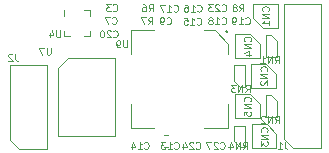
<source format=gbr>
G04 #@! TF.GenerationSoftware,KiCad,Pcbnew,(5.1.5-0-10_14)*
G04 #@! TF.CreationDate,2020-09-25T15:53:29-04:00*
G04 #@! TF.ProjectId,ESLO_RB,45534c4f-5f52-4422-9e6b-696361645f70,rev?*
G04 #@! TF.SameCoordinates,Original*
G04 #@! TF.FileFunction,Legend,Bot*
G04 #@! TF.FilePolarity,Positive*
%FSLAX46Y46*%
G04 Gerber Fmt 4.6, Leading zero omitted, Abs format (unit mm)*
G04 Created by KiCad (PCBNEW (5.1.5-0-10_14)) date 2020-09-25 15:53:29*
%MOMM*%
%LPD*%
G04 APERTURE LIST*
%ADD10C,0.120000*%
%ADD11C,0.050000*%
%ADD12C,0.070000*%
G04 APERTURE END LIST*
D10*
X133725000Y-94680000D02*
X129715000Y-94680000D01*
X133725000Y-101280000D02*
X133725000Y-94680000D01*
X128915000Y-101280000D02*
X133725000Y-101280000D01*
X128915000Y-95480000D02*
X128915000Y-101280000D01*
X129715000Y-94680000D02*
X128915000Y-95480000D01*
D11*
X145420000Y-90100000D02*
X145420000Y-91300000D01*
X147500000Y-90100000D02*
X145420000Y-90100000D01*
X147500000Y-92100000D02*
X147500000Y-90100000D01*
X146220000Y-92100000D02*
X147500000Y-92100000D01*
X145420000Y-91300000D02*
X146220000Y-92100000D01*
X143800000Y-100390000D02*
X143800000Y-101735000D01*
X144750000Y-100390000D02*
X143800000Y-100390000D01*
X144750000Y-102210000D02*
X144750000Y-100390000D01*
X144275000Y-102210000D02*
X144750000Y-102210000D01*
X143800000Y-101735000D02*
X144275000Y-102210000D01*
X147425000Y-99660000D02*
X147425000Y-98315000D01*
X146475000Y-99660000D02*
X147425000Y-99660000D01*
X146475000Y-97840000D02*
X146475000Y-99660000D01*
X146950000Y-97840000D02*
X146475000Y-97840000D01*
X147425000Y-98315000D02*
X146950000Y-97840000D01*
X143825000Y-95290000D02*
X143825000Y-96635000D01*
X144775000Y-95290000D02*
X143825000Y-95290000D01*
X144775000Y-97110000D02*
X144775000Y-95290000D01*
X144300000Y-97110000D02*
X144775000Y-97110000D01*
X143825000Y-96635000D02*
X144300000Y-97110000D01*
X147425000Y-94560000D02*
X147425000Y-93215000D01*
X146475000Y-94560000D02*
X147425000Y-94560000D01*
X146475000Y-92740000D02*
X146475000Y-94560000D01*
X146950000Y-92740000D02*
X146475000Y-92740000D01*
X147425000Y-93215000D02*
X146950000Y-92740000D01*
X145975000Y-99750000D02*
X145975000Y-98550000D01*
X143895000Y-99750000D02*
X145975000Y-99750000D01*
X143895000Y-97750000D02*
X143895000Y-99750000D01*
X145175000Y-97750000D02*
X143895000Y-97750000D01*
X145975000Y-98550000D02*
X145175000Y-97750000D01*
X147365000Y-102300000D02*
X147365000Y-101100000D01*
X145285000Y-102300000D02*
X147365000Y-102300000D01*
X145285000Y-100300000D02*
X145285000Y-102300000D01*
X146565000Y-100300000D02*
X145285000Y-100300000D01*
X147365000Y-101100000D02*
X146565000Y-100300000D01*
X145980000Y-94650000D02*
X145980000Y-93450000D01*
X143900000Y-94650000D02*
X145980000Y-94650000D01*
X143900000Y-92650000D02*
X143900000Y-94650000D01*
X145180000Y-92650000D02*
X143900000Y-92650000D01*
X145980000Y-93450000D02*
X145180000Y-92650000D01*
X147340000Y-97200000D02*
X147340000Y-96000000D01*
X145260000Y-97200000D02*
X147340000Y-97200000D01*
X145260000Y-95200000D02*
X145260000Y-97200000D01*
X146540000Y-95200000D02*
X145260000Y-95200000D01*
X147340000Y-96000000D02*
X146540000Y-95200000D01*
X148000000Y-90085000D02*
X148000000Y-101515000D01*
X151200000Y-90085000D02*
X148000000Y-90085000D01*
X151200000Y-102315000D02*
X151200000Y-90085000D01*
X148800000Y-102315000D02*
X151200000Y-102315000D01*
X148000000Y-101515000D02*
X148800000Y-102315000D01*
X124800000Y-95225000D02*
X124800000Y-101575000D01*
X128000000Y-95225000D02*
X124800000Y-95225000D01*
X128000000Y-102375000D02*
X128000000Y-95225000D01*
X125600000Y-102375000D02*
X128000000Y-102375000D01*
X124800000Y-101575000D02*
X125600000Y-102375000D01*
X129437500Y-90650000D02*
X129437500Y-90650000D01*
X129437500Y-91150000D02*
X129437500Y-90650000D01*
X131137500Y-90650000D02*
X131137500Y-90650000D01*
X131637500Y-90650000D02*
X131137500Y-90650000D01*
X131637500Y-91150000D02*
X131637500Y-90650000D01*
X131637500Y-92350000D02*
X131637500Y-92350000D01*
X131637500Y-92850000D02*
X131637500Y-92350000D01*
X131137500Y-92850000D02*
X131637500Y-92850000D01*
X129937500Y-92850000D02*
X129937500Y-92850000D01*
X129437500Y-92850000D02*
X129937500Y-92850000D01*
X129437500Y-92350000D02*
X129437500Y-92850000D01*
X143275000Y-92450000D02*
G75*
G03X143275000Y-92450000I-100000J0D01*
G01*
X143295000Y-93450000D02*
X143295000Y-94330000D01*
X142175000Y-92330000D02*
X143295000Y-93450000D01*
X141295000Y-92330000D02*
X142175000Y-92330000D01*
X143295000Y-100570000D02*
X143295000Y-98570000D01*
X141295000Y-100570000D02*
X143295000Y-100570000D01*
X135055000Y-92330000D02*
X135055000Y-94330000D01*
X137055000Y-92330000D02*
X135055000Y-92330000D01*
X135055000Y-100570000D02*
X135055000Y-98570000D01*
X137055000Y-100570000D02*
X135055000Y-100570000D01*
X135055000Y-92330000D02*
X135055000Y-94330000D01*
X137055000Y-92330000D02*
X135055000Y-92330000D01*
X135055000Y-92330000D02*
X135055000Y-94330000D01*
X137055000Y-92330000D02*
X135055000Y-92330000D01*
X142810000Y-90425000D02*
G75*
G03X142810000Y-90425000I-50000J0D01*
G01*
X137849721Y-101190000D02*
X138175279Y-101190000D01*
X137849721Y-102210000D02*
X138175279Y-102210000D01*
D12*
X128277142Y-93801428D02*
X128277142Y-94287142D01*
X128248571Y-94344285D01*
X128220000Y-94372857D01*
X128162857Y-94401428D01*
X128048571Y-94401428D01*
X127991428Y-94372857D01*
X127962857Y-94344285D01*
X127934285Y-94287142D01*
X127934285Y-93801428D01*
X127705714Y-93801428D02*
X127305714Y-93801428D01*
X127562857Y-94401428D01*
X138695714Y-90704285D02*
X138724285Y-90732857D01*
X138810000Y-90761428D01*
X138867142Y-90761428D01*
X138952857Y-90732857D01*
X139010000Y-90675714D01*
X139038571Y-90618571D01*
X139067142Y-90504285D01*
X139067142Y-90418571D01*
X139038571Y-90304285D01*
X139010000Y-90247142D01*
X138952857Y-90190000D01*
X138867142Y-90161428D01*
X138810000Y-90161428D01*
X138724285Y-90190000D01*
X138695714Y-90218571D01*
X138124285Y-90761428D02*
X138467142Y-90761428D01*
X138295714Y-90761428D02*
X138295714Y-90161428D01*
X138352857Y-90247142D01*
X138410000Y-90304285D01*
X138467142Y-90332857D01*
X137924285Y-90161428D02*
X137524285Y-90161428D01*
X137781428Y-90761428D01*
X138100000Y-91764285D02*
X138128571Y-91792857D01*
X138214285Y-91821428D01*
X138271428Y-91821428D01*
X138357142Y-91792857D01*
X138414285Y-91735714D01*
X138442857Y-91678571D01*
X138471428Y-91564285D01*
X138471428Y-91478571D01*
X138442857Y-91364285D01*
X138414285Y-91307142D01*
X138357142Y-91250000D01*
X138271428Y-91221428D01*
X138214285Y-91221428D01*
X138128571Y-91250000D01*
X138100000Y-91278571D01*
X137814285Y-91821428D02*
X137700000Y-91821428D01*
X137642857Y-91792857D01*
X137614285Y-91764285D01*
X137557142Y-91678571D01*
X137528571Y-91564285D01*
X137528571Y-91335714D01*
X137557142Y-91278571D01*
X137585714Y-91250000D01*
X137642857Y-91221428D01*
X137757142Y-91221428D01*
X137814285Y-91250000D01*
X137842857Y-91278571D01*
X137871428Y-91335714D01*
X137871428Y-91478571D01*
X137842857Y-91535714D01*
X137814285Y-91564285D01*
X137757142Y-91592857D01*
X137642857Y-91592857D01*
X137585714Y-91564285D01*
X137557142Y-91535714D01*
X137528571Y-91478571D01*
X146704285Y-90675714D02*
X146732857Y-90647142D01*
X146761428Y-90561428D01*
X146761428Y-90504285D01*
X146732857Y-90418571D01*
X146675714Y-90361428D01*
X146618571Y-90332857D01*
X146504285Y-90304285D01*
X146418571Y-90304285D01*
X146304285Y-90332857D01*
X146247142Y-90361428D01*
X146190000Y-90418571D01*
X146161428Y-90504285D01*
X146161428Y-90561428D01*
X146190000Y-90647142D01*
X146218571Y-90675714D01*
X146761428Y-90932857D02*
X146161428Y-90932857D01*
X146761428Y-91275714D01*
X146161428Y-91275714D01*
X146761428Y-91875714D02*
X146761428Y-91532857D01*
X146761428Y-91704285D02*
X146161428Y-91704285D01*
X146247142Y-91647142D01*
X146304285Y-91590000D01*
X146332857Y-91532857D01*
X144564285Y-102371428D02*
X144764285Y-102085714D01*
X144907142Y-102371428D02*
X144907142Y-101771428D01*
X144678571Y-101771428D01*
X144621428Y-101800000D01*
X144592857Y-101828571D01*
X144564285Y-101885714D01*
X144564285Y-101971428D01*
X144592857Y-102028571D01*
X144621428Y-102057142D01*
X144678571Y-102085714D01*
X144907142Y-102085714D01*
X144307142Y-102371428D02*
X144307142Y-101771428D01*
X143964285Y-102371428D01*
X143964285Y-101771428D01*
X143421428Y-101971428D02*
X143421428Y-102371428D01*
X143564285Y-101742857D02*
X143707142Y-102171428D01*
X143335714Y-102171428D01*
X147284285Y-100191428D02*
X147484285Y-99905714D01*
X147627142Y-100191428D02*
X147627142Y-99591428D01*
X147398571Y-99591428D01*
X147341428Y-99620000D01*
X147312857Y-99648571D01*
X147284285Y-99705714D01*
X147284285Y-99791428D01*
X147312857Y-99848571D01*
X147341428Y-99877142D01*
X147398571Y-99905714D01*
X147627142Y-99905714D01*
X147027142Y-100191428D02*
X147027142Y-99591428D01*
X146684285Y-100191428D01*
X146684285Y-99591428D01*
X146427142Y-99648571D02*
X146398571Y-99620000D01*
X146341428Y-99591428D01*
X146198571Y-99591428D01*
X146141428Y-99620000D01*
X146112857Y-99648571D01*
X146084285Y-99705714D01*
X146084285Y-99762857D01*
X146112857Y-99848571D01*
X146455714Y-100191428D01*
X146084285Y-100191428D01*
X144774285Y-97561428D02*
X144974285Y-97275714D01*
X145117142Y-97561428D02*
X145117142Y-96961428D01*
X144888571Y-96961428D01*
X144831428Y-96990000D01*
X144802857Y-97018571D01*
X144774285Y-97075714D01*
X144774285Y-97161428D01*
X144802857Y-97218571D01*
X144831428Y-97247142D01*
X144888571Y-97275714D01*
X145117142Y-97275714D01*
X144517142Y-97561428D02*
X144517142Y-96961428D01*
X144174285Y-97561428D01*
X144174285Y-96961428D01*
X143945714Y-96961428D02*
X143574285Y-96961428D01*
X143774285Y-97190000D01*
X143688571Y-97190000D01*
X143631428Y-97218571D01*
X143602857Y-97247142D01*
X143574285Y-97304285D01*
X143574285Y-97447142D01*
X143602857Y-97504285D01*
X143631428Y-97532857D01*
X143688571Y-97561428D01*
X143860000Y-97561428D01*
X143917142Y-97532857D01*
X143945714Y-97504285D01*
X147244285Y-95121428D02*
X147444285Y-94835714D01*
X147587142Y-95121428D02*
X147587142Y-94521428D01*
X147358571Y-94521428D01*
X147301428Y-94550000D01*
X147272857Y-94578571D01*
X147244285Y-94635714D01*
X147244285Y-94721428D01*
X147272857Y-94778571D01*
X147301428Y-94807142D01*
X147358571Y-94835714D01*
X147587142Y-94835714D01*
X146987142Y-95121428D02*
X146987142Y-94521428D01*
X146644285Y-95121428D01*
X146644285Y-94521428D01*
X146044285Y-95121428D02*
X146387142Y-95121428D01*
X146215714Y-95121428D02*
X146215714Y-94521428D01*
X146272857Y-94607142D01*
X146330000Y-94664285D01*
X146387142Y-94692857D01*
X145174285Y-98345714D02*
X145202857Y-98317142D01*
X145231428Y-98231428D01*
X145231428Y-98174285D01*
X145202857Y-98088571D01*
X145145714Y-98031428D01*
X145088571Y-98002857D01*
X144974285Y-97974285D01*
X144888571Y-97974285D01*
X144774285Y-98002857D01*
X144717142Y-98031428D01*
X144660000Y-98088571D01*
X144631428Y-98174285D01*
X144631428Y-98231428D01*
X144660000Y-98317142D01*
X144688571Y-98345714D01*
X145231428Y-98602857D02*
X144631428Y-98602857D01*
X145231428Y-98945714D01*
X144631428Y-98945714D01*
X144631428Y-99517142D02*
X144631428Y-99231428D01*
X144917142Y-99202857D01*
X144888571Y-99231428D01*
X144860000Y-99288571D01*
X144860000Y-99431428D01*
X144888571Y-99488571D01*
X144917142Y-99517142D01*
X144974285Y-99545714D01*
X145117142Y-99545714D01*
X145174285Y-99517142D01*
X145202857Y-99488571D01*
X145231428Y-99431428D01*
X145231428Y-99288571D01*
X145202857Y-99231428D01*
X145174285Y-99202857D01*
X146604285Y-100905714D02*
X146632857Y-100877142D01*
X146661428Y-100791428D01*
X146661428Y-100734285D01*
X146632857Y-100648571D01*
X146575714Y-100591428D01*
X146518571Y-100562857D01*
X146404285Y-100534285D01*
X146318571Y-100534285D01*
X146204285Y-100562857D01*
X146147142Y-100591428D01*
X146090000Y-100648571D01*
X146061428Y-100734285D01*
X146061428Y-100791428D01*
X146090000Y-100877142D01*
X146118571Y-100905714D01*
X146661428Y-101162857D02*
X146061428Y-101162857D01*
X146661428Y-101505714D01*
X146061428Y-101505714D01*
X146061428Y-101734285D02*
X146061428Y-102105714D01*
X146290000Y-101905714D01*
X146290000Y-101991428D01*
X146318571Y-102048571D01*
X146347142Y-102077142D01*
X146404285Y-102105714D01*
X146547142Y-102105714D01*
X146604285Y-102077142D01*
X146632857Y-102048571D01*
X146661428Y-101991428D01*
X146661428Y-101820000D01*
X146632857Y-101762857D01*
X146604285Y-101734285D01*
X145184285Y-93235714D02*
X145212857Y-93207142D01*
X145241428Y-93121428D01*
X145241428Y-93064285D01*
X145212857Y-92978571D01*
X145155714Y-92921428D01*
X145098571Y-92892857D01*
X144984285Y-92864285D01*
X144898571Y-92864285D01*
X144784285Y-92892857D01*
X144727142Y-92921428D01*
X144670000Y-92978571D01*
X144641428Y-93064285D01*
X144641428Y-93121428D01*
X144670000Y-93207142D01*
X144698571Y-93235714D01*
X145241428Y-93492857D02*
X144641428Y-93492857D01*
X145241428Y-93835714D01*
X144641428Y-93835714D01*
X144841428Y-94378571D02*
X145241428Y-94378571D01*
X144612857Y-94235714D02*
X145041428Y-94092857D01*
X145041428Y-94464285D01*
X146574285Y-95745714D02*
X146602857Y-95717142D01*
X146631428Y-95631428D01*
X146631428Y-95574285D01*
X146602857Y-95488571D01*
X146545714Y-95431428D01*
X146488571Y-95402857D01*
X146374285Y-95374285D01*
X146288571Y-95374285D01*
X146174285Y-95402857D01*
X146117142Y-95431428D01*
X146060000Y-95488571D01*
X146031428Y-95574285D01*
X146031428Y-95631428D01*
X146060000Y-95717142D01*
X146088571Y-95745714D01*
X146631428Y-96002857D02*
X146031428Y-96002857D01*
X146631428Y-96345714D01*
X146031428Y-96345714D01*
X146088571Y-96602857D02*
X146060000Y-96631428D01*
X146031428Y-96688571D01*
X146031428Y-96831428D01*
X146060000Y-96888571D01*
X146088571Y-96917142D01*
X146145714Y-96945714D01*
X146202857Y-96945714D01*
X146288571Y-96917142D01*
X146631428Y-96574285D01*
X146631428Y-96945714D01*
X144775714Y-91764285D02*
X144804285Y-91792857D01*
X144890000Y-91821428D01*
X144947142Y-91821428D01*
X145032857Y-91792857D01*
X145090000Y-91735714D01*
X145118571Y-91678571D01*
X145147142Y-91564285D01*
X145147142Y-91478571D01*
X145118571Y-91364285D01*
X145090000Y-91307142D01*
X145032857Y-91250000D01*
X144947142Y-91221428D01*
X144890000Y-91221428D01*
X144804285Y-91250000D01*
X144775714Y-91278571D01*
X144204285Y-91821428D02*
X144547142Y-91821428D01*
X144375714Y-91821428D02*
X144375714Y-91221428D01*
X144432857Y-91307142D01*
X144490000Y-91364285D01*
X144547142Y-91392857D01*
X143918571Y-91821428D02*
X143804285Y-91821428D01*
X143747142Y-91792857D01*
X143718571Y-91764285D01*
X143661428Y-91678571D01*
X143632857Y-91564285D01*
X143632857Y-91335714D01*
X143661428Y-91278571D01*
X143690000Y-91250000D01*
X143747142Y-91221428D01*
X143861428Y-91221428D01*
X143918571Y-91250000D01*
X143947142Y-91278571D01*
X143975714Y-91335714D01*
X143975714Y-91478571D01*
X143947142Y-91535714D01*
X143918571Y-91564285D01*
X143861428Y-91592857D01*
X143747142Y-91592857D01*
X143690000Y-91564285D01*
X143661428Y-91535714D01*
X143632857Y-91478571D01*
X148100000Y-101761428D02*
X148100000Y-102190000D01*
X148128571Y-102275714D01*
X148185714Y-102332857D01*
X148271428Y-102361428D01*
X148328571Y-102361428D01*
X147500000Y-102361428D02*
X147842857Y-102361428D01*
X147671428Y-102361428D02*
X147671428Y-101761428D01*
X147728571Y-101847142D01*
X147785714Y-101904285D01*
X147842857Y-101932857D01*
X125290000Y-94311428D02*
X125290000Y-94740000D01*
X125318571Y-94825714D01*
X125375714Y-94882857D01*
X125461428Y-94911428D01*
X125518571Y-94911428D01*
X125032857Y-94368571D02*
X125004285Y-94340000D01*
X124947142Y-94311428D01*
X124804285Y-94311428D01*
X124747142Y-94340000D01*
X124718571Y-94368571D01*
X124690000Y-94425714D01*
X124690000Y-94482857D01*
X124718571Y-94568571D01*
X125061428Y-94911428D01*
X124690000Y-94911428D01*
X129107142Y-92321428D02*
X129107142Y-92807142D01*
X129078571Y-92864285D01*
X129050000Y-92892857D01*
X128992857Y-92921428D01*
X128878571Y-92921428D01*
X128821428Y-92892857D01*
X128792857Y-92864285D01*
X128764285Y-92807142D01*
X128764285Y-92321428D01*
X128221428Y-92521428D02*
X128221428Y-92921428D01*
X128364285Y-92292857D02*
X128507142Y-92721428D01*
X128135714Y-92721428D01*
X134777142Y-93171428D02*
X134777142Y-93657142D01*
X134748571Y-93714285D01*
X134720000Y-93742857D01*
X134662857Y-93771428D01*
X134548571Y-93771428D01*
X134491428Y-93742857D01*
X134462857Y-93714285D01*
X134434285Y-93657142D01*
X134434285Y-93171428D01*
X134120000Y-93771428D02*
X134005714Y-93771428D01*
X133948571Y-93742857D01*
X133920000Y-93714285D01*
X133862857Y-93628571D01*
X133834285Y-93514285D01*
X133834285Y-93285714D01*
X133862857Y-93228571D01*
X133891428Y-93200000D01*
X133948571Y-93171428D01*
X134062857Y-93171428D01*
X134120000Y-93200000D01*
X134148571Y-93228571D01*
X134177142Y-93285714D01*
X134177142Y-93428571D01*
X134148571Y-93485714D01*
X134120000Y-93514285D01*
X134062857Y-93542857D01*
X133948571Y-93542857D01*
X133891428Y-93514285D01*
X133862857Y-93485714D01*
X133834285Y-93428571D01*
X144250000Y-90721428D02*
X144450000Y-90435714D01*
X144592857Y-90721428D02*
X144592857Y-90121428D01*
X144364285Y-90121428D01*
X144307142Y-90150000D01*
X144278571Y-90178571D01*
X144250000Y-90235714D01*
X144250000Y-90321428D01*
X144278571Y-90378571D01*
X144307142Y-90407142D01*
X144364285Y-90435714D01*
X144592857Y-90435714D01*
X143907142Y-90378571D02*
X143964285Y-90350000D01*
X143992857Y-90321428D01*
X144021428Y-90264285D01*
X144021428Y-90235714D01*
X143992857Y-90178571D01*
X143964285Y-90150000D01*
X143907142Y-90121428D01*
X143792857Y-90121428D01*
X143735714Y-90150000D01*
X143707142Y-90178571D01*
X143678571Y-90235714D01*
X143678571Y-90264285D01*
X143707142Y-90321428D01*
X143735714Y-90350000D01*
X143792857Y-90378571D01*
X143907142Y-90378571D01*
X143964285Y-90407142D01*
X143992857Y-90435714D01*
X144021428Y-90492857D01*
X144021428Y-90607142D01*
X143992857Y-90664285D01*
X143964285Y-90692857D01*
X143907142Y-90721428D01*
X143792857Y-90721428D01*
X143735714Y-90692857D01*
X143707142Y-90664285D01*
X143678571Y-90607142D01*
X143678571Y-90492857D01*
X143707142Y-90435714D01*
X143735714Y-90407142D01*
X143792857Y-90378571D01*
X136550000Y-91821428D02*
X136750000Y-91535714D01*
X136892857Y-91821428D02*
X136892857Y-91221428D01*
X136664285Y-91221428D01*
X136607142Y-91250000D01*
X136578571Y-91278571D01*
X136550000Y-91335714D01*
X136550000Y-91421428D01*
X136578571Y-91478571D01*
X136607142Y-91507142D01*
X136664285Y-91535714D01*
X136892857Y-91535714D01*
X136350000Y-91221428D02*
X135950000Y-91221428D01*
X136207142Y-91821428D01*
X136580000Y-90731428D02*
X136780000Y-90445714D01*
X136922857Y-90731428D02*
X136922857Y-90131428D01*
X136694285Y-90131428D01*
X136637142Y-90160000D01*
X136608571Y-90188571D01*
X136580000Y-90245714D01*
X136580000Y-90331428D01*
X136608571Y-90388571D01*
X136637142Y-90417142D01*
X136694285Y-90445714D01*
X136922857Y-90445714D01*
X136065714Y-90131428D02*
X136180000Y-90131428D01*
X136237142Y-90160000D01*
X136265714Y-90188571D01*
X136322857Y-90274285D01*
X136351428Y-90388571D01*
X136351428Y-90617142D01*
X136322857Y-90674285D01*
X136294285Y-90702857D01*
X136237142Y-90731428D01*
X136122857Y-90731428D01*
X136065714Y-90702857D01*
X136037142Y-90674285D01*
X136008571Y-90617142D01*
X136008571Y-90474285D01*
X136037142Y-90417142D01*
X136065714Y-90388571D01*
X136122857Y-90360000D01*
X136237142Y-90360000D01*
X136294285Y-90388571D01*
X136322857Y-90417142D01*
X136351428Y-90474285D01*
X142785714Y-91764285D02*
X142814285Y-91792857D01*
X142900000Y-91821428D01*
X142957142Y-91821428D01*
X143042857Y-91792857D01*
X143100000Y-91735714D01*
X143128571Y-91678571D01*
X143157142Y-91564285D01*
X143157142Y-91478571D01*
X143128571Y-91364285D01*
X143100000Y-91307142D01*
X143042857Y-91250000D01*
X142957142Y-91221428D01*
X142900000Y-91221428D01*
X142814285Y-91250000D01*
X142785714Y-91278571D01*
X142214285Y-91821428D02*
X142557142Y-91821428D01*
X142385714Y-91821428D02*
X142385714Y-91221428D01*
X142442857Y-91307142D01*
X142500000Y-91364285D01*
X142557142Y-91392857D01*
X141871428Y-91478571D02*
X141928571Y-91450000D01*
X141957142Y-91421428D01*
X141985714Y-91364285D01*
X141985714Y-91335714D01*
X141957142Y-91278571D01*
X141928571Y-91250000D01*
X141871428Y-91221428D01*
X141757142Y-91221428D01*
X141700000Y-91250000D01*
X141671428Y-91278571D01*
X141642857Y-91335714D01*
X141642857Y-91364285D01*
X141671428Y-91421428D01*
X141700000Y-91450000D01*
X141757142Y-91478571D01*
X141871428Y-91478571D01*
X141928571Y-91507142D01*
X141957142Y-91535714D01*
X141985714Y-91592857D01*
X141985714Y-91707142D01*
X141957142Y-91764285D01*
X141928571Y-91792857D01*
X141871428Y-91821428D01*
X141757142Y-91821428D01*
X141700000Y-91792857D01*
X141671428Y-91764285D01*
X141642857Y-91707142D01*
X141642857Y-91592857D01*
X141671428Y-91535714D01*
X141700000Y-91507142D01*
X141757142Y-91478571D01*
X140705714Y-90704285D02*
X140734285Y-90732857D01*
X140820000Y-90761428D01*
X140877142Y-90761428D01*
X140962857Y-90732857D01*
X141020000Y-90675714D01*
X141048571Y-90618571D01*
X141077142Y-90504285D01*
X141077142Y-90418571D01*
X141048571Y-90304285D01*
X141020000Y-90247142D01*
X140962857Y-90190000D01*
X140877142Y-90161428D01*
X140820000Y-90161428D01*
X140734285Y-90190000D01*
X140705714Y-90218571D01*
X140134285Y-90761428D02*
X140477142Y-90761428D01*
X140305714Y-90761428D02*
X140305714Y-90161428D01*
X140362857Y-90247142D01*
X140420000Y-90304285D01*
X140477142Y-90332857D01*
X139620000Y-90161428D02*
X139734285Y-90161428D01*
X139791428Y-90190000D01*
X139820000Y-90218571D01*
X139877142Y-90304285D01*
X139905714Y-90418571D01*
X139905714Y-90647142D01*
X139877142Y-90704285D01*
X139848571Y-90732857D01*
X139791428Y-90761428D01*
X139677142Y-90761428D01*
X139620000Y-90732857D01*
X139591428Y-90704285D01*
X139562857Y-90647142D01*
X139562857Y-90504285D01*
X139591428Y-90447142D01*
X139620000Y-90418571D01*
X139677142Y-90390000D01*
X139791428Y-90390000D01*
X139848571Y-90418571D01*
X139877142Y-90447142D01*
X139905714Y-90504285D01*
X140675714Y-91789285D02*
X140704285Y-91817857D01*
X140790000Y-91846428D01*
X140847142Y-91846428D01*
X140932857Y-91817857D01*
X140990000Y-91760714D01*
X141018571Y-91703571D01*
X141047142Y-91589285D01*
X141047142Y-91503571D01*
X141018571Y-91389285D01*
X140990000Y-91332142D01*
X140932857Y-91275000D01*
X140847142Y-91246428D01*
X140790000Y-91246428D01*
X140704285Y-91275000D01*
X140675714Y-91303571D01*
X140104285Y-91846428D02*
X140447142Y-91846428D01*
X140275714Y-91846428D02*
X140275714Y-91246428D01*
X140332857Y-91332142D01*
X140390000Y-91389285D01*
X140447142Y-91417857D01*
X139561428Y-91246428D02*
X139847142Y-91246428D01*
X139875714Y-91532142D01*
X139847142Y-91503571D01*
X139790000Y-91475000D01*
X139647142Y-91475000D01*
X139590000Y-91503571D01*
X139561428Y-91532142D01*
X139532857Y-91589285D01*
X139532857Y-91732142D01*
X139561428Y-91789285D01*
X139590000Y-91817857D01*
X139647142Y-91846428D01*
X139790000Y-91846428D01*
X139847142Y-91817857D01*
X139875714Y-91789285D01*
X136215714Y-102314285D02*
X136244285Y-102342857D01*
X136330000Y-102371428D01*
X136387142Y-102371428D01*
X136472857Y-102342857D01*
X136530000Y-102285714D01*
X136558571Y-102228571D01*
X136587142Y-102114285D01*
X136587142Y-102028571D01*
X136558571Y-101914285D01*
X136530000Y-101857142D01*
X136472857Y-101800000D01*
X136387142Y-101771428D01*
X136330000Y-101771428D01*
X136244285Y-101800000D01*
X136215714Y-101828571D01*
X135644285Y-102371428D02*
X135987142Y-102371428D01*
X135815714Y-102371428D02*
X135815714Y-101771428D01*
X135872857Y-101857142D01*
X135930000Y-101914285D01*
X135987142Y-101942857D01*
X135130000Y-101971428D02*
X135130000Y-102371428D01*
X135272857Y-101742857D02*
X135415714Y-102171428D01*
X135044285Y-102171428D01*
X138760714Y-102314285D02*
X138789285Y-102342857D01*
X138875000Y-102371428D01*
X138932142Y-102371428D01*
X139017857Y-102342857D01*
X139075000Y-102285714D01*
X139103571Y-102228571D01*
X139132142Y-102114285D01*
X139132142Y-102028571D01*
X139103571Y-101914285D01*
X139075000Y-101857142D01*
X139017857Y-101800000D01*
X138932142Y-101771428D01*
X138875000Y-101771428D01*
X138789285Y-101800000D01*
X138760714Y-101828571D01*
X138189285Y-102371428D02*
X138532142Y-102371428D01*
X138360714Y-102371428D02*
X138360714Y-101771428D01*
X138417857Y-101857142D01*
X138475000Y-101914285D01*
X138532142Y-101942857D01*
X137989285Y-101771428D02*
X137617857Y-101771428D01*
X137817857Y-102000000D01*
X137732142Y-102000000D01*
X137675000Y-102028571D01*
X137646428Y-102057142D01*
X137617857Y-102114285D01*
X137617857Y-102257142D01*
X137646428Y-102314285D01*
X137675000Y-102342857D01*
X137732142Y-102371428D01*
X137903571Y-102371428D01*
X137960714Y-102342857D01*
X137989285Y-102314285D01*
X133500000Y-91734285D02*
X133528571Y-91762857D01*
X133614285Y-91791428D01*
X133671428Y-91791428D01*
X133757142Y-91762857D01*
X133814285Y-91705714D01*
X133842857Y-91648571D01*
X133871428Y-91534285D01*
X133871428Y-91448571D01*
X133842857Y-91334285D01*
X133814285Y-91277142D01*
X133757142Y-91220000D01*
X133671428Y-91191428D01*
X133614285Y-91191428D01*
X133528571Y-91220000D01*
X133500000Y-91248571D01*
X133300000Y-91191428D02*
X132900000Y-91191428D01*
X133157142Y-91791428D01*
X142775714Y-90674285D02*
X142804285Y-90702857D01*
X142890000Y-90731428D01*
X142947142Y-90731428D01*
X143032857Y-90702857D01*
X143090000Y-90645714D01*
X143118571Y-90588571D01*
X143147142Y-90474285D01*
X143147142Y-90388571D01*
X143118571Y-90274285D01*
X143090000Y-90217142D01*
X143032857Y-90160000D01*
X142947142Y-90131428D01*
X142890000Y-90131428D01*
X142804285Y-90160000D01*
X142775714Y-90188571D01*
X142547142Y-90188571D02*
X142518571Y-90160000D01*
X142461428Y-90131428D01*
X142318571Y-90131428D01*
X142261428Y-90160000D01*
X142232857Y-90188571D01*
X142204285Y-90245714D01*
X142204285Y-90302857D01*
X142232857Y-90388571D01*
X142575714Y-90731428D01*
X142204285Y-90731428D01*
X142004285Y-90131428D02*
X141632857Y-90131428D01*
X141832857Y-90360000D01*
X141747142Y-90360000D01*
X141690000Y-90388571D01*
X141661428Y-90417142D01*
X141632857Y-90474285D01*
X141632857Y-90617142D01*
X141661428Y-90674285D01*
X141690000Y-90702857D01*
X141747142Y-90731428D01*
X141918571Y-90731428D01*
X141975714Y-90702857D01*
X142004285Y-90674285D01*
X133550000Y-90654285D02*
X133578571Y-90682857D01*
X133664285Y-90711428D01*
X133721428Y-90711428D01*
X133807142Y-90682857D01*
X133864285Y-90625714D01*
X133892857Y-90568571D01*
X133921428Y-90454285D01*
X133921428Y-90368571D01*
X133892857Y-90254285D01*
X133864285Y-90197142D01*
X133807142Y-90140000D01*
X133721428Y-90111428D01*
X133664285Y-90111428D01*
X133578571Y-90140000D01*
X133550000Y-90168571D01*
X133350000Y-90111428D02*
X132978571Y-90111428D01*
X133178571Y-90340000D01*
X133092857Y-90340000D01*
X133035714Y-90368571D01*
X133007142Y-90397142D01*
X132978571Y-90454285D01*
X132978571Y-90597142D01*
X133007142Y-90654285D01*
X133035714Y-90682857D01*
X133092857Y-90711428D01*
X133264285Y-90711428D01*
X133321428Y-90682857D01*
X133350000Y-90654285D01*
X142640714Y-102314285D02*
X142669285Y-102342857D01*
X142755000Y-102371428D01*
X142812142Y-102371428D01*
X142897857Y-102342857D01*
X142955000Y-102285714D01*
X142983571Y-102228571D01*
X143012142Y-102114285D01*
X143012142Y-102028571D01*
X142983571Y-101914285D01*
X142955000Y-101857142D01*
X142897857Y-101800000D01*
X142812142Y-101771428D01*
X142755000Y-101771428D01*
X142669285Y-101800000D01*
X142640714Y-101828571D01*
X142412142Y-101828571D02*
X142383571Y-101800000D01*
X142326428Y-101771428D01*
X142183571Y-101771428D01*
X142126428Y-101800000D01*
X142097857Y-101828571D01*
X142069285Y-101885714D01*
X142069285Y-101942857D01*
X142097857Y-102028571D01*
X142440714Y-102371428D01*
X142069285Y-102371428D01*
X141869285Y-101771428D02*
X141469285Y-101771428D01*
X141726428Y-102371428D01*
X140580714Y-102314285D02*
X140609285Y-102342857D01*
X140695000Y-102371428D01*
X140752142Y-102371428D01*
X140837857Y-102342857D01*
X140895000Y-102285714D01*
X140923571Y-102228571D01*
X140952142Y-102114285D01*
X140952142Y-102028571D01*
X140923571Y-101914285D01*
X140895000Y-101857142D01*
X140837857Y-101800000D01*
X140752142Y-101771428D01*
X140695000Y-101771428D01*
X140609285Y-101800000D01*
X140580714Y-101828571D01*
X140352142Y-101828571D02*
X140323571Y-101800000D01*
X140266428Y-101771428D01*
X140123571Y-101771428D01*
X140066428Y-101800000D01*
X140037857Y-101828571D01*
X140009285Y-101885714D01*
X140009285Y-101942857D01*
X140037857Y-102028571D01*
X140380714Y-102371428D01*
X140009285Y-102371428D01*
X139495000Y-101971428D02*
X139495000Y-102371428D01*
X139637857Y-101742857D02*
X139780714Y-102171428D01*
X139409285Y-102171428D01*
X133585714Y-92874285D02*
X133614285Y-92902857D01*
X133700000Y-92931428D01*
X133757142Y-92931428D01*
X133842857Y-92902857D01*
X133900000Y-92845714D01*
X133928571Y-92788571D01*
X133957142Y-92674285D01*
X133957142Y-92588571D01*
X133928571Y-92474285D01*
X133900000Y-92417142D01*
X133842857Y-92360000D01*
X133757142Y-92331428D01*
X133700000Y-92331428D01*
X133614285Y-92360000D01*
X133585714Y-92388571D01*
X133357142Y-92388571D02*
X133328571Y-92360000D01*
X133271428Y-92331428D01*
X133128571Y-92331428D01*
X133071428Y-92360000D01*
X133042857Y-92388571D01*
X133014285Y-92445714D01*
X133014285Y-92502857D01*
X133042857Y-92588571D01*
X133385714Y-92931428D01*
X133014285Y-92931428D01*
X132642857Y-92331428D02*
X132585714Y-92331428D01*
X132528571Y-92360000D01*
X132500000Y-92388571D01*
X132471428Y-92445714D01*
X132442857Y-92560000D01*
X132442857Y-92702857D01*
X132471428Y-92817142D01*
X132500000Y-92874285D01*
X132528571Y-92902857D01*
X132585714Y-92931428D01*
X132642857Y-92931428D01*
X132700000Y-92902857D01*
X132728571Y-92874285D01*
X132757142Y-92817142D01*
X132785714Y-92702857D01*
X132785714Y-92560000D01*
X132757142Y-92445714D01*
X132728571Y-92388571D01*
X132700000Y-92360000D01*
X132642857Y-92331428D01*
M02*

</source>
